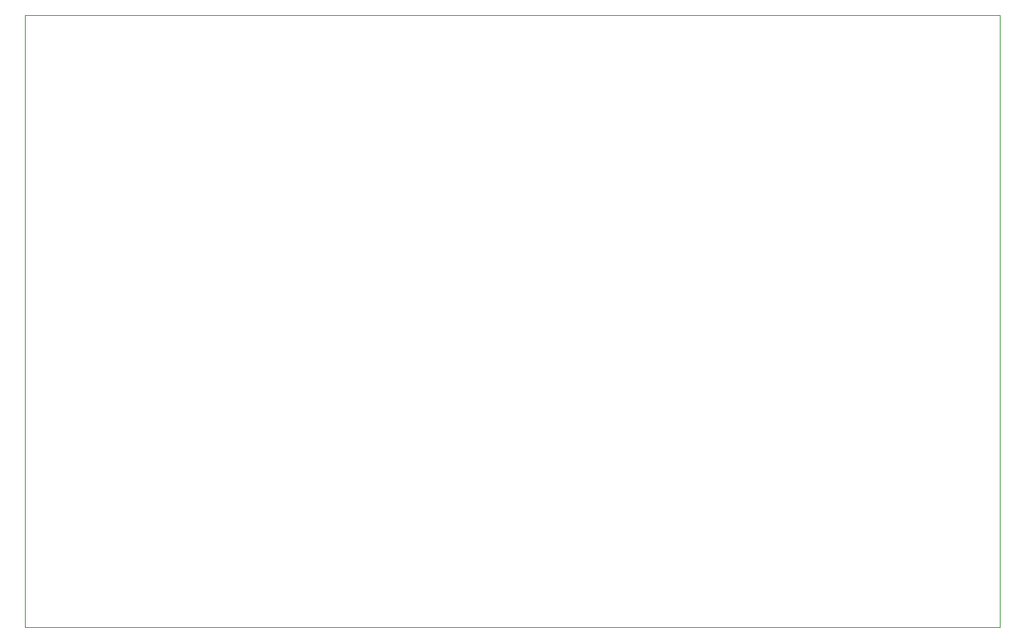
<source format=gbr>
%TF.GenerationSoftware,KiCad,Pcbnew,(6.0.1)*%
%TF.CreationDate,2022-02-05T13:32:02+01:00*%
%TF.ProjectId,ucdev_board,75636465-765f-4626-9f61-72642e6b6963,rev?*%
%TF.SameCoordinates,Original*%
%TF.FileFunction,Profile,NP*%
%FSLAX46Y46*%
G04 Gerber Fmt 4.6, Leading zero omitted, Abs format (unit mm)*
G04 Created by KiCad (PCBNEW (6.0.1)) date 2022-02-05 13:32:02*
%MOMM*%
%LPD*%
G01*
G04 APERTURE LIST*
%TA.AperFunction,Profile*%
%ADD10C,0.050000*%
%TD*%
G04 APERTURE END LIST*
D10*
X53340000Y-17780000D02*
X162560000Y-17780000D01*
X162560000Y-17780000D02*
X162560000Y-86360000D01*
X53340000Y-86360000D02*
X53340000Y-17780000D01*
X162560000Y-86360000D02*
X53340000Y-86360000D01*
M02*

</source>
